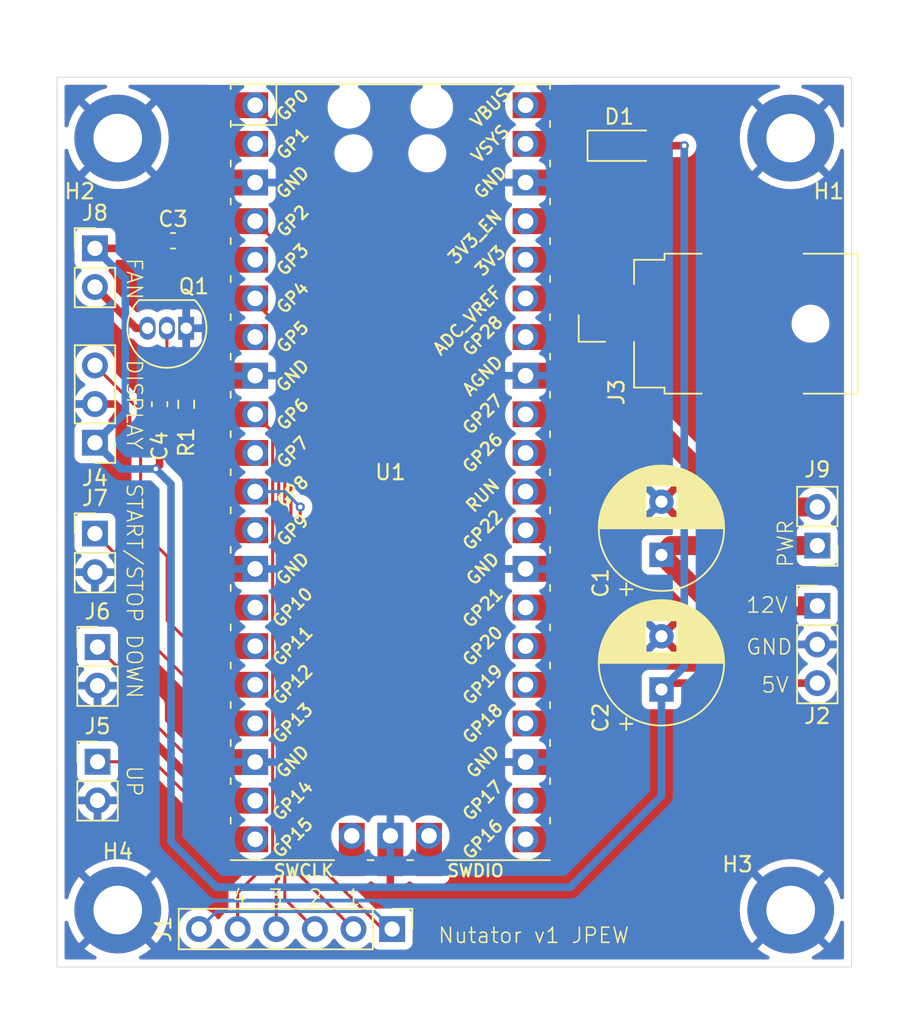
<source format=kicad_pcb>
(kicad_pcb (version 20240108) (generator "pcbnew") (generator_version "8.0")
  (layers (0 "F.Cu" signal) (31 "B.Cu" signal) (34 "B.Paste" user) (35 "F.Paste" user) (36 "B.SilkS" user "B.Silkscreen") (37 "F.SilkS" user "F.Silkscreen") (38 "B.Mask" user) (39 "F.Mask" user) (44 "Edge.Cuts" user))
  (net 0 "")
  (net 1 "Net-(D1-K)")
  (net 2 "/5VCC")
  (net 3 "GNDREF")
  (net 4 "/12VCC")
  (net 7 "/ENABLE")
  (net 9 "/DISPLAY")
  (net 10 "/UP_BTN")
  (net 11 "/DOWN_BTN")
  (net 12 "/START_BTN")
  (net 13 "/MOTOR_3")
  (net 14 "/MOTOR_2")
  (net 15 "/MOTOR_4")
  (net 16 "/MOTOR_1")
  (net 37 "Net-(J8-Pin_2)")
  (net 38 "Net-(Q1-B)")
  (net 39 "/FAN")
  (net 40 "Net-(J9-Pin_2)")
  (footprint "Package_TO_SOT_THT:TO-92_Inline" (layer "F.Cu") (at 46 49 180)
    (property "Reference" "Q1" (at -0.5 2.75 0) (layer "F.SilkS"))
    (property "Value" "2N3904")
    (pad "1" thru_hole rect (at 0 0 180) (size 1.05 1.5) (drill 0.75) (layers "*.Cu" "*.Mask") (net 3 "GNDREF"))
    (pad "2" thru_hole oval (at 1.27 0 180) (size 1.05 1.5) (drill 0.75) (layers "*.Cu" "*.Mask") (net 38 "Net-(Q1-B)"))
    (pad "3" thru_hole oval (at 2.54 0 180) (size 1.05 1.5) (drill 0.75) (layers "*.Cu" "*.Mask") (net 37 "Net-(J8-Pin_2)"))
  )
  (footprint "Capacitor_SMD:C_0603_1608Metric_Pad1.08x0.95mm_HandSolder" (layer "F.Cu") (at 45.1375 43.25)
    (property "Reference" "C3" (at 0 -1.43 0) (layer "F.SilkS"))
    (property "Value" "10uF")
    (pad "1" smd roundrect (at -0.8625 0) (size 1.075 0.95) (layers "F.Cu" "F.Paste" "F.Mask") (net 2 "/5VCC"))
    (pad "2" smd roundrect (at 0.8625 0) (size 1.075 0.95) (layers "F.Cu" "F.Paste" "F.Mask") (net 3 "GNDREF"))
  )
  (footprint "Capacitor_THT:CP_Radial_D8.0mm_P3.50mm" (layer "F.Cu") (at 77.25 72.75 90)
    (property "Reference" "C2" (at -1.847349 -4 90) (layer "F.SilkS"))
    (property "Value" "470uF")
    (pad "1" thru_hole rect (at 0 0 90) (size 1.6 1.6) (drill 0.8) (layers "*.Cu" "*.Mask") (net 2 "/5VCC"))
    (pad "2" thru_hole circle (at 3.5 0 90) (size 1.6 1.6) (drill 0.8) (layers "*.Cu" "*.Mask") (net 3 "GNDREF"))
  )
  (footprint "Capacitor_THT:CP_Radial_D8.0mm_P3.50mm" (layer "F.Cu") (at 77.25 63.902651 90)
    (property "Reference" "C1" (at -1.847349 -4 90) (layer "F.SilkS"))
    (property "Value" "1000uF")
    (pad "1" thru_hole rect (at 0 0 90) (size 1.6 1.6) (drill 0.8) (layers "*.Cu" "*.Mask") (net 4 "/12VCC"))
    (pad "2" thru_hole circle (at 3.5 0 90) (size 1.6 1.6) (drill 0.8) (layers "*.Cu" "*.Mask") (net 3 "GNDREF"))
  )
  (footprint "Capacitor_SMD:C_0603_1608Metric_Pad1.08x0.95mm_HandSolder" (layer "F.Cu") (at 44.25 54 90)
    (property "Reference" "C4" (at -2.75 0 90) (layer "F.SilkS"))
    (property "Value" "10uF")
    (pad "1" smd roundrect (at -0.8625 0 90) (size 1.075 0.95) (layers "F.Cu" "F.Paste" "F.Mask") (net 2 "/5VCC"))
    (pad "2" smd roundrect (at 0.8625 0 90) (size 1.075 0.95) (layers "F.Cu" "F.Paste" "F.Mask") (net 3 "GNDREF"))
  )
  (footprint "MountingHole:MountingHole_3.2mm_M3_ISO7380_Pad" (layer "F.Cu") (at 41.5 36.5)
    (property "Reference" "H2" (at -2.5 3.5 0) (layer "F.SilkS"))
    (property "Value" "MountingHole_Pad")
    (pad "1" thru_hole circle (at 0 0) (size 5.7 5.7) (drill 3.2) (layers "*.Cu" "*.Mask") (net 3 "GNDREF"))
  )
  (footprint "Resistor_SMD:R_0603_1608Metric_Pad0.98x0.95mm_HandSolder" (layer "F.Cu") (at 46 54 -90)
    (property "Reference" "R1" (at 2.5 0 90) (layer "F.SilkS"))
    (property "Value" "100")
    (pad "1" smd roundrect (at -0.9125 0 270) (size 0.975 0.95) (layers "F.Cu" "F.Paste" "F.Mask") (net 38 "Net-(Q1-B)"))
    (pad "2" smd roundrect (at 0.9125 0 270) (size 0.975 0.95) (layers "F.Cu" "F.Paste" "F.Mask") (net 39 "/FAN"))
  )
  (footprint "Connector_PinHeader_2.54mm:PinHeader_1x03_P2.54mm_Vertical" (layer "F.Cu") (at 40 56.525 180)
    (property "Reference" "J4" (at 0 -2.33 0) (layer "F.SilkS"))
    (property "Value" "Conn_01x03_Pin")
    (pad "1" thru_hole rect (at 0 0 180) (size 1.7 1.7) (drill 1) (layers "*.Cu" "*.Mask") (net 2 "/5VCC"))
    (pad "2" thru_hole oval (at 0 2.54 180) (size 1.7 1.7) (drill 1) (layers "*.Cu" "*.Mask") (net 3 "GNDREF"))
    (pad "3" thru_hole oval (at 0 5.08 180) (size 1.7 1.7) (drill 1) (layers "*.Cu" "*.Mask") (net 9 "/DISPLAY"))
  )
  (footprint "Connector_PinHeader_2.54mm:PinHeader_1x03_P2.54mm_Vertical" (layer "F.Cu") (at 87.5 67.25)
    (property "Reference" "J2" (at 0 7.25 360) (layer "F.SilkS"))
    (property "Value" "Conn_01x03_Pin")
    (pad "1" thru_hole rect (at 0 0) (size 1.7 1.7) (drill 1) (layers "*.Cu" "*.Mask") (net 4 "/12VCC"))
    (pad "2" thru_hole oval (at 0 2.54) (size 1.7 1.7) (drill 1) (layers "*.Cu" "*.Mask") (net 3 "GNDREF"))
    (pad "3" thru_hole oval (at 0 5.08) (size 1.7 1.7) (drill 1) (layers "*.Cu" "*.Mask") (net 2 "/5VCC"))
  )
  (footprint "Diode_SMD:D_SOD-123F" (layer "F.Cu") (at 74.6 37)
    (property "Reference" "D1" (at -0.127 -1.905 360) (layer "F.SilkS"))
    (property "Value" "D_Schottky")
    (pad "1" smd roundrect (at -1.4 0) (size 1.1 1.1) (layers "F.Cu" "F.Paste" "F.Mask") (roundrect_rratio 0.2272727273) (net 1 "Net-(D1-K)"))
    (pad "2" smd roundrect (at 1.4 0) (size 1.1 1.1) (layers "F.Cu" "F.Paste" "F.Mask") (roundrect_rratio 0.2272727273) (net 2 "/5VCC"))
  )
  (footprint "Connector_PinHeader_2.54mm:PinHeader_1x02_P2.54mm_Vertical" (layer "F.Cu") (at 40 62.5)
    (property "Reference" "J7" (at 0 -2.33 0) (layer "F.SilkS"))
    (property "Value" "Conn_01x02_Pin")
    (pad "1" thru_hole rect (at 0 0) (size 1.7 1.7) (drill 1) (layers "*.Cu" "*.Mask") (net 12 "/START_BTN"))
    (pad "2" thru_hole oval (at 0 2.54) (size 1.7 1.7) (drill 1) (layers "*.Cu" "*.Mask") (net 3 "GNDREF"))
  )
  (footprint "MountingHole:MountingHole_3.2mm_M3_ISO7380_Pad" (layer "F.Cu") (at 85.75 87.25)
    (property "Reference" "H3" (at -3.5 -3 0) (layer "F.SilkS"))
    (property "Value" "MountingHole_Pad")
    (pad "1" thru_hole circle (at 0 0) (size 5.7 5.7) (drill 3.2) (layers "*.Cu" "*.Mask") (net 3 "GNDREF"))
  )
  (footprint "Connector_PinHeader_2.54mm:PinHeader_1x02_P2.54mm_Vertical" (layer "F.Cu") (at 40.17 77.5)
    (property "Reference" "J5" (at 0 -2.33 0) (layer "F.SilkS"))
    (property "Value" "Conn_01x02_Pin")
    (pad "1" thru_hole rect (at 0 0) (size 1.7 1.7) (drill 1) (layers "*.Cu" "*.Mask") (net 10 "/UP_BTN"))
    (pad "2" thru_hole oval (at 0 2.54) (size 1.7 1.7) (drill 1) (layers "*.Cu" "*.Mask") (net 3 "GNDREF"))
  )
  (footprint "Connector_PinHeader_2.54mm:PinHeader_1x06_P2.54mm_Vertical" (layer "F.Cu") (at 59.54 88.5 -90)
    (property "Reference" "J1" (at 0 15.04 90) (layer "F.SilkS"))
    (property "Value" "Conn_01x06_Pin")
    (pad "1" thru_hole rect (at 0 0 270) (size 1.7 1.7) (drill 1) (layers "*.Cu" "*.Mask") (net 7 "/ENABLE"))
    (pad "2" thru_hole oval (at 0 2.54 270) (size 1.7 1.7) (drill 1) (layers "*.Cu" "*.Mask") (net 16 "/MOTOR_1"))
    (pad "3" thru_hole oval (at 0 5.08 270) (size 1.7 1.7) (drill 1) (layers "*.Cu" "*.Mask") (net 14 "/MOTOR_2"))
    (pad "4" thru_hole oval (at 0 7.62 270) (size 1.7 1.7) (drill 1) (layers "*.Cu" "*.Mask") (net 13 "/MOTOR_3"))
    (pad "5" thru_hole oval (at 0 10.16 270) (size 1.7 1.7) (drill 1) (layers "*.Cu" "*.Mask") (net 15 "/MOTOR_4"))
    (pad "6" thru_hole oval (at 0 12.7 270) (size 1.7 1.7) (drill 1) (layers "*.Cu" "*.Mask") (net 7 "/ENABLE"))
  )
  (footprint "MountingHole:MountingHole_3.2mm_M3_ISO7380_Pad" (layer "F.Cu") (at 41.5 87.25)
    (property "Reference" "H4" (at 0 -3.85 0) (layer "F.SilkS"))
    (property "Value" "MountingHole_Pad")
    (pad "1" thru_hole circle (at 0 0) (size 5.7 5.7) (drill 3.2) (layers "*.Cu" "*.Mask") (net 3 "GNDREF"))
  )
  (footprint "Connector_PinHeader_2.54mm:PinHeader_1x02_P2.54mm_Vertical" (layer "F.Cu") (at 40.17 69.96)
    (property "Reference" "J6" (at 0 -2.33 0) (layer "F.SilkS"))
    (property "Value" "Conn_01x02_Pin")
    (pad "1" thru_hole rect (at 0 0) (size 1.7 1.7) (drill 1) (layers "*.Cu" "*.Mask") (net 11 "/DOWN_BTN"))
    (pad "2" thru_hole oval (at 0 2.54) (size 1.7 1.7) (drill 1) (layers "*.Cu" "*.Mask") (net 3 "GNDREF"))
  )
  (footprint "Connector_PinHeader_2.54mm:PinHeader_1x02_P2.54mm_Vertical" (layer "F.Cu") (at 40 43.75)
    (property "Reference" "J8" (at 0 -2.33 0) (layer "F.SilkS"))
    (property "Value" "Conn_01x02_Pin")
    (pad "1" thru_hole rect (at 0 0) (size 1.7 1.7) (drill 1) (layers "*.Cu" "*.Mask") (net 2 "/5VCC"))
    (pad "2" thru_hole oval (at 0 2.54) (size 1.7 1.7) (drill 1) (layers "*.Cu" "*.Mask") (net 37 "Net-(J8-Pin_2)"))
  )
  (footprint "MountingHole:MountingHole_3.2mm_M3_ISO7380_Pad" (layer "F.Cu") (at 85.75 36.5)
    (property "Reference" "H1" (at 2.5 3.5 0) (layer "F.SilkS"))
    (property "Value" "MountingHole_Pad")
    (pad "1" thru_hole circle (at 0 0) (size 5.7 5.7) (drill 3.2) (layers "*.Cu" "*.Mask") (net 3 "GNDREF"))
  )
  (footprint "Connector_PinHeader_2.54mm:PinHeader_1x02_P2.54mm_Vertical" (layer "F.Cu") (at 87.5 63.29 180)
    (property "Reference" "J9" (at 0 5 360) (layer "F.SilkS"))
    (property "Value" "Conn_01x02_Pin")
    (pad "1" thru_hole rect (at 0 0 180) (size 1.7 1.7) (drill 1) (layers "*.Cu" "*.Mask") (net 4 "/12VCC"))
    (pad "2" thru_hole oval (at 0 2.54 180) (size 1.7 1.7) (drill 1) (layers "*.Cu" "*.Mask") (net 40 "Net-(J9-Pin_2)"))
  )
  (footprint "Connector_BarrelJack:BarrelJack_CUI_PJ-036AH-SMT_Horizontal" (layer "F.Cu") (at 80.05 48.7 90)
    (property "Reference" "J3" (at -4.5 -5.75 90) (layer "F.SilkS"))
    (property "Value" "Barrel_Jack")
    (pad "" np_thru_hole circle (at 0 7 90) (size 2 2) (drill 2) (layers "*.Cu" "*.Mask"))
    (pad "1" smd rect (at 0.7 -5.8 90) (size 3.3 4.4) (layers "F.Cu" "F.Paste" "F.Mask") (net 40 "Net-(J9-Pin_2)"))
    (pad "2" smd rect (at -6.45 3.2 90) (size 3.9 6.2) (layers "F.Cu" "F.Paste" "F.Mask") (net 3 "GNDREF"))
    (pad "3" smd rect (at 6.45 3.2 90) (size 3.9 6.2) (layers "F.Cu" "F.Paste" "F.Mask"))
  )
  (footprint "MCU_RaspberryPi_and_Boards:RPi_Pico_SMD_TH" (layer "F.Cu") (at 59.425 58.47)
    (property "Reference" "U1" (at 0 0 0) (layer "F.SilkS"))
    (property "Value" "Pico")
    (fp_text user "GP6" (at -6.425 -3.81 45) (layer "F.SilkS") (effects (font (size 0.8 0.8))))
    (fp_text user "GND" (at 6.075 19.03 45) (layer "F.SilkS") (effects (font (size 0.8 0.8))))
    (fp_text user "GP28" (at 6.075 -8.97 45) (layer "F.SilkS") (effects (font (size 0.8 0.8))))
    (fp_text user "VBUS" (at 6.575 -23.97 45) (layer "F.SilkS") (effects (font (size 0.8 0.8))))
    (fp_text user "GP16" (at 6.075 24.13 45) (layer "F.SilkS") (effects (font (size 0.8 0.8))))
    (fp_text user "GND" (at -6.425 -19.05 45) (layer "F.SilkS") (effects (font (size 0.8 0.8))))
    (fp_text user "GP0" (at -6.425 -24.13 45) (layer "F.SilkS") (effects (font (size 0.8 0.8))))
    (fp_text user "GND" (at 6.575 -19.05 45) (layer "F.SilkS") (effects (font (size 0.8 0.8))))
    (fp_text user "GP10" (at -6.425 8.89 45) (layer "F.SilkS") (effects (font (size 0.8 0.8))))
    (fp_text user "GP9" (at -6.425 3.81 45) (layer "F.SilkS") (effects (font (size 0.8 0.8))))
    (fp_text user "ADC_VREF" (at 5.075 -9.97 45) (layer "F.SilkS") (effects (font (size 0.8 0.8))))
    (fp_text user "GP14" (at -6.425 21.59 45) (layer "F.SilkS") (effects (font (size 0.8 0.8))))
    (fp_text user "SWCLK" (at -5.7 26.2 0) (layer "F.SilkS") (effects (font (size 0.8 0.8))))
    (fp_text user "AGND" (at 6.075 -6.35 45) (layer "F.SilkS") (effects (font (size 0.8 0.8))))
    (fp_text user "GP20" (at 6.075 11.43 45) (layer "F.SilkS") (effects (font (size 0.8 0.8))))
    (fp_text user "GP17" (at 6.075 21.59 45) (layer "F.SilkS") (effects (font (size 0.8 0.8))))
    (fp_text user "GP5" (at -6.425 -8.89 45) (layer "F.SilkS") (effects (font (size 0.8 0.8))))
    (fp_text user "GND" (at -6.425 -6.35 45) (layer "F.SilkS") (effects (font (size 0.8 0.8))))
    (fp_text user "3V3_EN" (at 5.575 -15.47 45) (layer "F.SilkS") (effects (font (size 0.8 0.8))))
    (fp_text user "RUN" (at 6.075 1.53 45) (layer "F.SilkS") (effects (font (size 0.8 0.8))))
    (fp_text user "GP7" (at -6.425 -1.3 45) (layer "F.SilkS") (effects (font (size 0.8 0.8))))
    (fp_text user "GP15" (at -6.425 24.03 45) (layer "F.SilkS") (effects (font (size 0.8 0.8))))
    (fp_text user "GND" (at -6.425 19.03 45) (layer "F.SilkS") (effects (font (size 0.8 0.8))))
    (fp_text user "GP8" (at -6.425 1.27 45) (layer "F.SilkS") (effects (font (size 0.8 0.8))))
    (fp_text user "GP2" (at -6.425 -16.51 45) (layer "F.SilkS") (effects (font (size 0.8 0.8))))
    (fp_text user "GP19" (at 6.075 13.97 45) (layer "F.SilkS") (effects (font (size 0.8 0.8))))
    (fp_text user "GP26" (at 6.075 -1.27 45) (layer "F.SilkS") (effects (font (size 0.8 0.8))))
    (fp_text user "VSYS" (at 6.575 -21.59 45) (layer "F.SilkS") (effects (font (size 0.8 0.8))))
    (fp_text user "GP12" (at -6.425 13.97 45) (layer "F.SilkS") (effects (font (size 0.8 0.8))))
    (fp_text user "GP1" (at -6.425 -21.6 45) (layer "F.SilkS") (effects (font (size 0.8 0.8))))
    (fp_text user "GP18" (at 6.075 16.53 45) (layer "F.SilkS") (effects (font (size 0.8 0.8))))
    (fp_text user "GND" (at 6.075 6.35 45) (layer "F.SilkS") (effects (font (size 0.8 0.8))))
    (fp_text user "GP11" (at -6.425 11.43 45) (layer "F.SilkS") (effects (font (size 0.8 0.8))))
    (fp_text user "GP13" (at -6.425 16.51 45) (layer "F.SilkS") (effects (font (size 0.8 0.8))))
    (fp_text user "SWDIO" (at 5.6 26.2 0) (layer "F.SilkS") (effects (font (size 0.8 0.8))))
    (fp_text user "GP3" (at -6.425 -13.97 45) (layer "F.SilkS") (effects (font (size 0.8 0.8))))
    (fp_text user "GP21" (at 6.075 8.9 45) (layer "F.SilkS") (effects (font (size 0.8 0.8))))
    (fp_text user "GP22" (at 6.075 3.81 45) (layer "F.SilkS") (effects (font (size 0.8 0.8))))
    (fp_text user "GND" (at -6.425 6.35 45) (layer "F.SilkS") (effects (font (size 0.8 0.8))))
    (fp_text user "GP27" (at 6.075 -3.8 45) (layer "F.SilkS") (effects (font (size 0.8 0.8))))
    (fp_text user "3V3" (at 6.575 -13.9 45) (layer "F.SilkS") (effects (font (size 0.8 0.8))))
    (fp_text user "GP4" (at -6.425 -11.47 45) (layer "F.SilkS") (effects (font (size 0.8 0.8))))
    (pad "" np_thru_hole oval (at -2.725 -24) (size 1.8 1.8) (drill 1.8) (layers "*.Cu" "*.Mask"))
    (pad "" np_thru_hole oval (at -2.425 -20.97) (size 1.5 1.5) (drill 1.5) (layers "*.Cu" "*.Mask"))
    (pad "" np_thru_hole oval (at 2.425 -20.97) (size 1.5 1.5) (drill 1.5) (layers "*.Cu" "*.Mask"))
    (pad "" np_thru_hole oval (at 2.725 -24) (size 1.8 1.8) (drill 1.8) (layers "*.Cu" "*.Mask"))
    (pad "1" thru_hole oval (at -8.89 -24.13) (size 1.7 1.7) (drill 1.02) (layers "*.Cu" "*.Mask") (net 16 "/MOTOR_1"))
    (pad "1" smd rect (at -8.89 -24.13) (size 3.5 1.7) (drill (offset -0.9 0)) (layers "F.Cu" "F.Mask") (net 16 "/MOTOR_1"))
    (pad "2" thru_hole oval (at -8.89 -21.59) (size 1.7 1.7) (drill 1.02) (layers "*.Cu" "*.Mask"))
    (pad "2" smd rect (at -8.89 -21.59) (size 3.5 1.7) (drill (offset -0.9 0)) (layers "F.Cu" "F.Mask"))
    (pad "3" thru_hole rect (at -8.89 -19.05) (size 1.7 1.7) (drill 1.02) (layers "*.Cu" "*.Mask") (net 3 "GNDREF"))
    (pad "3" smd rect (at -8.89 -19.05) (size 3.5 1.7) (drill (offset -0.9 0)) (layers "F.Cu" "F.Mask") (net 3 "GNDREF"))
    (pad "4" thru_hole oval (at -8.89 -16.51) (size 1.7 1.7) (drill 1.02) (layers "*.Cu" "*.Mask") (net 14 "/MOTOR_2"))
    (pad "4" smd rect (at -8.89 -16.51) (size 3.5 1.7) (drill (offset -0.9 0)) (layers "F.Cu" "F.Mask") (net 14 "/MOTOR_2"))
    (pad "5" thru_hole oval (at -8.89 -13.97) (size 1.7 1.7) (drill 1.02) (layers "*.Cu" "*.Mask"))
    (pad "5" smd rect (at -8.89 -13.97) (size 3.5 1.7) (drill (offset -0.9 0)) (layers "F.Cu" "F.Mask"))
    (pad "6" thru_hole oval (at -8.89 -11.43) (size 1.7 1.7) (drill 1.02) (layers "*.Cu" "*.Mask") (net 13 "/MOTOR_3"))
    (pad "6" smd rect (at -8.89 -11.43) (size 3.5 1.7) (drill (offset -0.9 0)) (layers "F.Cu" "F.Mask") (net 13 "/MOTOR_3"))
    (pad "7" thru_hole oval (at -8.89 -8.89) (size 1.7 1.7) (drill 1.02) (layers "*.Cu" "*.Mask"))
    (pad "7" smd rect (at -8.89 -8.89) (size 3.5 1.7) (drill (offset -0.9 0)) (layers "F.Cu" "F.Mask"))
    (pad "8" thru_hole rect (at -8.89 -6.35) (size 1.7 1.7) (drill 1.02) (layers "*.Cu" "*.Mask") (net 3 "GNDREF"))
    (pad "8" smd rect (at -8.89 -6.35) (size 3.5 1.7) (drill (offset -0.9 0)) (layers "F.Cu" "F.Mask") (net 3 "GNDREF"))
    (pad "9" thru_hole oval (at -8.89 -3.81) (size 1.7 1.7) (drill 1.02) (layers "*.Cu" "*.Mask") (net 15 "/MOTOR_4"))
    (pad "9" smd rect (at -8.89 -3.81) (size 3.5 1.7) (drill (offset -0.9 0)) (layers "F.Cu" "F.Mask") (net 15 "/MOTOR_4"))
    (pad "10" thru_hole oval (at -8.89 -1.27) (size 1.7 1.7) (drill 1.02) (layers "*.Cu" "*.Mask"))
    (pad "10" smd rect (at -8.89 -1.27) (size 3.5 1.7) (drill (offset -0.9 0)) (layers "F.Cu" "F.Mask"))
    (pad "11" thru_hole oval (at -8.89 1.27) (size 1.7 1.7) (drill 1.02) (layers "*.Cu" "*.Mask") (net 7 "/ENABLE"))
    (pad "11" smd rect (at -8.89 1.27) (size 3.5 1.7) (drill (offset -0.9 0)) (layers "F.Cu" "F.Mask") (net 7 "/ENABLE"))
    (pad "12" thru_hole oval (at -8.89 3.81) (size 1.7 1.7) (drill 1.02) (layers "*.Cu" "*.Mask"))
    (pad "12" smd rect (at -8.89 3.81) (size 3.5 1.7) (drill (offset -0.9 0)) (layers "F.Cu" "F.Mask"))
    (pad "13" thru_hole rect (at -8.89 6.35) (size 1.7 1.7) (drill 1.02) (layers "*.Cu" "*.Mask") (net 3 "GNDREF"))
    (pad "13" smd rect (at -8.89 6.35) (size 3.5 1.7) (drill (offset -0.9 0)) (layers "F.Cu" "F.Mask") (net 3 "GNDREF"))
    (pad "14" thru_hole oval (at -8.89 8.89) (size 1.7 1.7) (drill 1.02) (layers "*.Cu" "*.Mask") (net 39 "/FAN"))
    (pad "14" smd rect (at -8.89 8.89) (size 3.5 1.7) (drill (offset -0.9 0)) (layers "F.Cu" "F.Mask") (net 39 "/FAN"))
    (pad "15" thru_hole oval (at -8.89 11.43) (size 1.7 1.7) (drill 1.02) (layers "*.Cu" "*.Mask"))
    (pad "15" smd rect (at -8.89 11.43) (size 3.5 1.7) (drill (offset -0.9 0)) (layers "F.Cu" "F.Mask"))
    (pad "16" thru_hole oval (at -8.89 13.97) (size 1.7 1.7) (drill 1.02) (layers "*.Cu" "*.Mask") (net 9 "/DISPLAY"))
    (pad "16" smd rect (at -8.89 13.97) (size 3.5 1.7) (drill (offset -0.9 0)) (layers "F.Cu" "F.Mask") (net 9 "/DISPLAY"))
    (pad "17" thru_hole oval (at -8.89 16.51) (size 1.7 1.7) (drill 1.02) (layers "*.Cu" "*.Mask") (net 12 "/START_BTN"))
    (pad "17" smd rect (at -8.89 16.51) (size 3.5 1.7) (drill (offset -0.9 0)) (layers "F.Cu" "F.Mask") (net 12 "/START_BTN"))
    (pad "18" thru_hole rect (at -8.89 19.05) (size 1.7 1.7) (drill 1.02) (layers "*.Cu" "*.Mask") (net 3 "GNDREF"))
    (pad "18" smd rect (at -8.89 19.05) (size 3.5 1.7) (drill (offset -0.9 0)) (layers "F.Cu" "F.Mask") (net 3 "GNDREF"))
    (pad "19" thru_hole oval (at -8.89 21.59) (size 1.7 1.7) (drill 1.02) (layers "*.Cu" "*.Mask") (net 11 "/DOWN_BTN"))
    (pad "19" smd rect (at -8.89 21.59) (size 3.5 1.7) (drill (offset -0.9 0)) (layers "F.Cu" "F.Mask") (net 11 "/DOWN_BTN"))
    (pad "20" thru_hole oval (at -8.89 24.13) (size 1.7 1.7) (drill 1.02) (layers "*.Cu" "*.Mask") (net 10 "/UP_BTN"))
    (pad "20" smd rect (at -8.89 24.13) (size 3.5 1.7) (drill (offset -0.9 0)) (layers "F.Cu" "F.Mask") (net 10 "/UP_BTN"))
    (pad "21" thru_hole oval (at 8.89 24.13) (size 1.7 1.7) (drill 1.02) (layers "*.Cu" "*.Mask"))
    (pad "21" smd rect (at 8.89 24.13) (size 3.5 1.7) (drill (offset 0.9 0)) (layers "F.Cu" "F.Mask"))
    (pad "22" thru_hole oval (at 8.89 21.59) (size 1.7 1.7) (drill 1.02) (layers "*.Cu" "*.Mask"))
    (pad "22" smd rect (at 8.89 21.59) (size 3.5 1.7) (drill (offset 0.9 0)) (layers "F.Cu" "F.Mask"))
    (pad "23" thru_hole rect (at 8.89 19.05) (size 1.7 1.7) (drill 1.02) (layers "*.Cu" "*.Mask") (net 3 "GNDREF"))
    (pad "23" smd rect (at 8.89 19.05) (size 3.5 1.7) (drill (offset 0.9 0)) (layers "F.Cu" "F.Mask") (net 3 "GNDREF"))
    (pad "24" thru_hole oval (at 8.89 16.51) (size 1.7 1.7) (drill 1.02) (layers "*.Cu" "*.Mask"))
    (pad "24" smd rect (at 8.89 16.51) (size 3.5 1.7) (drill (offset 0.9 0)) (layers "F.Cu" "F.Mask"))
    (pad "25" thru_hole oval (at 8.89 13.97) (size 1.7 1.7) (drill 1.02) (layers "*.Cu" "*.Mask"))
    (pad "25" smd rect (at 8.89 13.97) (size 3.5 1.7) (drill (offset 0.9 0)) (layers "F.Cu" "F.Mask"))
    (pad "26" thru_hole oval (at 8.89 11.43) (size 1.7 1.7) (drill 1.02) (layers "*.Cu" "*.Mask"))
    (pad "26" smd rect (at 8.89 11.43) (size 3.5 1.7) (drill (offset 0.9 0)) (layers "F.Cu" "F.Mask"))
    (pad "27" thru_hole oval (at 8.89 8.89) (size 1.7 1.7) (drill 1.02) (layers "*.Cu" "*.Mask"))
    (pad "27" smd rect (at 8.89 8.89) (size 3.5 1.7) (drill (offset 0.9 0)) (layers "F.Cu" "F.Mask"))
    (pad "28" thru_hole rect (at 8.89 6.35) (size 1.7 1.7) (drill 1.02) (layers "*.Cu" "*.Mask") (net 3 "GNDREF"))
    (pad "28" smd rect (at 8.89 6.35) (size 3.5 1.7) (drill (offset 0.9 0)) (layers "F.Cu" "F.Mask") (net 3 "GNDREF"))
    (pad "29" thru_hole oval (at 8.89 3.81) (size 1.7 1.7) (drill 1.02) (layers "*.Cu" "*.Mask"))
    (pad "29" smd rect (at 8.89 3.81) (size 3.5 1.7) (drill (offset 0.9 0)) (layers "F.Cu" "F.Mask"))
    (pad "30" thru_hole oval (at 8.89 1.27) (size 1.7 1.7) (drill 1.02) (layers "*.Cu" "*.Mask"))
    (pad "30" smd rect (at 8.89 1.27) (size 3.5 1.7) (drill (offset 0.9 0)) (layers "F.Cu" "F.Mask"))
    (pad "31" thru_hole oval (at 8.89 -1.27) (size 1.7 1.7) (drill 1.02) (layers "*.Cu" "*.Mask"))
    (pad "31" smd rect (at 8.89 -1.27) (size 3.5 1.7) (drill (offset 0.9 0)) (layers "F.Cu" "F.Mask"))
    (pad "32" thru_hole oval (at 8.89 -3.81) (size 1.7 1.7) (drill 1.02) (layers "*.Cu" "*.Mask"))
    (pad "32" smd rect (at 8.89 -3.81) (size 3.5 1.7) (drill (offset 0.9 0)) (layers "F.Cu" "F.Mask"))
    (pad "33" thru_hole rect (at 8.89 -6.35) (size 1.7 1.7) (drill 1.02) (layers "*.Cu" "*.Mask") (net 3 "GNDREF"))
    (pad "33" smd rect (at 8.89 -6.35) (size 3.5 1.7) (drill (offset 0.9 0)) (layers "F.Cu" "F.Mask") (net 3 "GNDREF"))
    (pad "34" thru_hole oval (at 8.89 -8.89) (size 1.7 1.7) (drill 1.02) (layers "*.Cu" "*.Mask"))
    (pad "34" smd rect (at 8.89 -8.89) (size 3.5 1.7) (drill (offset 0.9 0)) (layers "F.Cu" "F.Mask"))
    (pad "35" thru_hole oval (at 8.89 -11.43) (size 1.7 1.7) (drill 1.02) (layers "*.Cu" "*.Mask"))
    (pad "35" smd rect (at 8.89 -11.43) (size 3.5 1.7) (drill (offset 0.9 0)) (layers "F.Cu" "F.Mask"))
    (pad "36" thru_hole oval (at 8.89 -13.97) (size 1.7 1.7) (drill 1.02) (layers "*.Cu" "*.Mask"))
    (pad "36" smd rect (at 8.89 -13.97) (size 3.5 1.7) (drill (offset 0.9 0)) (layers "F.Cu" "F.Mask"))
    (pad "37" thru_hole oval (at 8.89 -16.51) (size 1.7 1.7) (drill 1.02) (layers "*.Cu" "*.Mask"))
    (pad "37" smd rect (at 8.89 -16.51) (size 3.5 1.7) (drill (offset 0.9 0)) (layers "F.Cu" "F.Mask"))
    (pad "38" thru_hole rect (at 8.89 -19.05) (size 1.7 1.7) (drill 1.02) (layers "*.Cu" "*.Mask") (net 3 "GNDREF"))
    (pad "38" smd rect (at 8.89 -19.05) (size 3.5 1.7) (drill (offset 0.9 0)) (layers "F.Cu" "F.Mask") (net 3 "GNDREF"))
    (pad "39" thru_hole oval (at 8.89 -21.59) (size 1.7 1.7) (drill 1.02) (layers "*.Cu" "*.Mask") (net 1 "Net-(D1-K)"))
    (pad "39" smd rect (at 8.89 -21.59) (size 3.5 1.7) (drill (offset 0.9 0)) (layers "F.Cu" "F.Mask") (net 1 "Net-(D1-K)"))
    (pad "40" thru_hole oval (at 8.89 -24.13) (size 1.7 1.7) (drill 1.02) (layers "*.Cu" "*.Mask"))
    (pad "40" smd rect (at 8.89 -24.13) (size 3.5 1.7) (drill (offset 0.9 0)) (layers "F.Cu" "F.Mask"))
    (pad "41" thru_hole oval (at -2.54 23.9) (size 1.7 1.7) (drill 1.02) (layers "*.Cu" "*.Mask"))
    (pad "41" smd rect (at -2.54 23.9 90) (size 3.5 1.7) (drill (offset -0.9 0)) (layers "F.Cu" "F.Mask"))
    (pad "42" thru_hole rect (at 0 23.9) (size 1.7 1.7) (drill 1.02) (layers "*.Cu" "*.Mask") (net 3 "GNDREF"))
    (pad "42" smd rect (at 0 23.9 90) (size 3.5 1.7) (drill (offset -0.9 0)) (layers "F.Cu" "F.Mask") (net 3 "GNDREF"))
    (pad "43" thru_hole oval (at 2.54 23.9) (size 1.7 1.7) (drill 1.02) (layers "*.Cu" "*.Mask"))
    (pad "43" smd rect (at 2.54 23.9 90) (size 3.5 1.7) (drill (offset -0.9 0)) (layers "F.Cu" "F.Mask"))
  )
  (gr_rect (start 37.5 32.5) (end 89.75 91) (stroke (width 0.05)) (fill none) (layer "Edge.Cuts"))
  (gr_text "GND" (at 82.75 70.54 0) (layer "F.SilkS") (effects (font (size 1 1) (thickness 0.1)) (justify left bottom)))
  (gr_text "UP" (at 42 78.77 270) (layer "F.SilkS") (effects (font (size 1 1) (thickness 0.1)) (justify bottom)))
  (gr_text "DISPLAY" (at 42 54.025 -90) (layer "F.SilkS") (effects (font (size 1 1) (thickness 0.1)) (justify bottom)))
  (gr_text "FAN" (at 42 45.75 -90) (layer "F.SilkS") (effects (font (size 1 1) (thickness 0.1)) (justify bottom)))
  (gr_text "1" (at 57 87 0) (layer "F.SilkS") (effects (font (size 1 1) (thickness 0.1)) (justify bottom)))
  (gr_text "3" (at 51.89 87 0) (layer "F.SilkS") (effects (font (size 1 1) (thickness 0.1)) (justify bottom)))
  (gr_text "Nutator v1 JPEW" (at 62.5 89.5 0) (layer "F.SilkS") (effects (font (size 1 1) (thickness 0.1)) (justify left bottom)))
  (gr_text "5V" (at 83.75 73.04 0) (layer "F.SilkS") (effects (font (size 1 1) (thickness 0.1)) (justify left bottom)))
  (gr_text "12V" (at 82.75 67.79 0) (layer "F.SilkS") (effects (font (size 1 1) (thickness 0.1)) (justify left bottom)))
  (gr_text "4" (at 49.5 87 0) (layer "F.SilkS") (effects (font (size 1 1) (thickness 0.1)) (justify bottom)))
  (gr_text "START/STOP" (at 42 63.77 -90) (layer "F.SilkS") (effects (font (size 1 1) (thickness 0.1)) (justify bottom)))
  (gr_text "DOWN" (at 42 71.23 -90) (layer "F.SilkS") (effects (font (size 1 1) (thickness 0.1)) (justify bottom)))
  (gr_text "2" (at 54.5 87 0) (layer "F.SilkS") (effects (font (size 1 1) (thickness 0.1)) (justify bottom)))
  (gr_text "PWR" (at 86 64.79 90) (layer "F.SilkS") (effects (font (size 1 1) (thickness 0.1)) (justify left bottom)))
  (segment (start 73.08 36.88) (end 73.2 37) (width 0.5) (layer "F.Cu") (net 1))
  (segment (start 68.315 36.88) (end 73.08 36.88) (width 0.5) (layer "F.Cu") (net 1))
  (segment (start 77.67 72.33) (end 77.25 72.75) (width 0.5) (layer "F.Cu") (net 2))
  (segment (start 78.75 37) (end 76 37) (width 0.5) (layer "F.Cu") (net 2))
  (segment (start 87.5 72.33) (end 77.67 72.33) (width 0.5) (layer "F.Cu") (net 2))
  (segment (start 43.775 43.75) (end 44.275 43.25) (width 0.5) (layer "F.Cu") (net 2))
  (segment (start 44.25 58) (end 44 58.25) (width 0.5) (layer "F.Cu") (net 2))
  (segment (start 40 43.75) (end 43.775 43.75) (width 0.5) (layer "F.Cu") (net 2))
  (segment (start 44.25 54.8625) (end 44.25 58) (width 0.5) (layer "F.Cu") (net 2))
  (via (at 44 58.25) (size 0.6) (drill 0.3) (layers "F.Cu" "B.Cu") (net 2))
  (via (at 78.75 37) (size 0.6) (drill 0.3) (layers "F.Cu" "B.Cu") (net 2))
  (segment (start 48 85.75) (end 45 82.75) (width 0.5) (layer "B.Cu") (net 2))
  (segment (start 40.025 56.5) (end 40 56.525) (width 0.5) (layer "B.Cu") (net 2))
  (segment (start 42 49.5) (end 42 45.75) (width 0.5) (layer "B.Cu") (net 2))
  (segment (start 40 56.525) (end 42 54.525) (width 0.5) (layer "B.Cu") (net 2))
  (segment (start 77.25 79.75) (end 71.25 85.75) (width 0.5) (layer "B.Cu") (net 2))
  (segment (start 42 45.75) (end 40 43.75) (width 0.5) (layer "B.Cu") (net 2))
  (segment (start 45 59.25) (end 44 58.25) (width 0.5) (layer "B.Cu") (net 2))
  (segment (start 42 54.525) (end 42 49.5) (width 0.5) (layer "B.Cu") (net 2))
  (segment (start 41.725 58.25) (end 40 56.525) (width 0.5) (layer "B.Cu") (net 2))
  (segment (start 45 82.75) (end 45 59.25) (width 0.5) (layer "B.Cu") (net 2))
  (segment (start 78.75 71.25) (end 78.75 37) (width 0.5) (layer "B.Cu") (net 2))
  (segment (start 77.25 72.75) (end 77.25 79.75) (width 0.5) (layer "B.Cu") (net 2))
  (segment (start 71.25 85.75) (end 48 85.75) (width 0.5) (layer "B.Cu") (net 2))
  (segment (start 77.25 72.75) (end 78.75 71.25) (width 0.5) (layer "B.Cu") (net 2))
  (segment (start 44 58.25) (end 41.725 58.25) (width 0.5) (layer "B.Cu") (net 2))
  (segment (start 80.597349 67.25) (end 77.25 63.902651) (width 1.25) (layer "F.Cu") (net 4))
  (segment (start 87.5 67.25) (end 80.597349 67.25) (width 1.25) (layer "F.Cu") (net 4))
  (segment (start 77.862651 63.29) (end 77.25 63.902651) (width 1.25) (layer "F.Cu") (net 4))
  (segment (start 87.5 63.29) (end 77.862651 63.29) (width 1.25) (layer "F.Cu") (net 4))
  (segment (start 53.5 83.085) (end 58.915 88.5) (width 0.2) (layer "F.Cu") (net 7))
  (segment (start 53.5 60.75) (end 53.5 83.085) (width 0.2) (layer "F.Cu") (net 7))
  (segment (start 58.915 88.5) (end 59.54 88.5) (width 0.2) (layer "F.Cu") (net 7))
  (via (at 53.5 60.75) (size 0.6) (drill 0.3) (layers "F.Cu" "B.Cu") (net 7))
  (segment (start 52.49 59.74) (end 53.5 60.75) (width 0.2) (layer "B.Cu") (net 7))
  (segment (start 59.54 88.5) (end 58.39 87.35) (width 0.2) (layer "B.Cu") (net 7))
  (segment (start 58.39 87.35) (end 47.99 87.35) (width 0.2) (layer "B.Cu") (net 7))
  (segment (start 47.99 87.35) (end 46.84 88.5) (width 0.2) (layer "B.Cu") (net 7))
  (segment (start 50.535 59.74) (end 52.49 59.74) (width 0.2) (layer "B.Cu") (net 7))
  (segment (start 48.975 72.44) (end 44.75 68.215) (width 0.2) (layer "F.Cu") (net 9))
  (segment (start 44.75 64) (end 44.75 68.215) (width 0.2) (layer "F.Cu") (net 9))
  (segment (start 40 51.445) (end 43 54.445) (width 0.2) (layer "F.Cu") (net 9))
  (segment (start 50.535 72.44) (end 48.975 72.44) (width 0.2) (layer "F.Cu") (net 9))
  (segment (start 43 54.445) (end 43 62.25) (width 0.2) (layer "F.Cu") (net 9))
  (segment (start 43 62.25) (end 44.75 64) (width 0.2) (layer "F.Cu") (net 9))
  (segment (start 43.875 77.5) (end 40.17 77.5) (width 0.2) (layer "F.Cu") (net 10))
  (segment (start 50.535 82.6) (end 48.975 82.6) (width 0.2) (layer "F.Cu") (net 10))
  (segment (start 48.975 82.6) (end 43.875 77.5) (width 0.2) (layer "F.Cu") (net 10))
  (segment (start 44 73.79) (end 40.17 69.96) (width 0.2) (layer "F.Cu") (net 11))
  (segment (start 44 75.085) (end 44 73.79) (width 0.2) (layer "F.Cu") (net 11))
  (segment (start 50.535 80.06) (end 48.975 80.06) (width 0.2) (layer "F.Cu") (net 11))
  (segment (start 48.975 80.06) (end 44 75.085) (width 0.2) (layer "F.Cu") (net 11))
  (segment (start 43.5 69.505) (end 43.5 66) (width 0.2) (layer "F.Cu") (net 12))
  (segment (start 48.975 74.98) (end 43.5 69.505) (width 0.2) (layer "F.Cu") (net 12))
  (segment (start 50.535 74.98) (end 48.975 74.98) (width 0.2) (layer "F.Cu") (net 12))
  (segment (start 43.5 66) (end 40 62.5) (width 0.2) (layer "F.Cu") (net 12))
  (segment (start 50.535 47.285) (end 52.085 48.835) (width 0.2) (layer "F.Cu") (net 13))
  (segment (start 51.92 85.33) (end 51.92 88.5) (width 0.2) (layer "F.Cu") (net 13))
  (segment (start 52.085 85.165) (end 51.92 85.33) (width 0.2) (layer "F.Cu") (net 13))
  (segment (start 52.085 48.835) (end 52.085 85.165) (width 0.2) (layer "F.Cu") (net 13))
  (segment (start 50.535 47.04) (end 50.535 47.285) (width 0.2) (layer "F.Cu") (net 13))
  (segment (start 50.535 41.96) (end 52.485 43.91) (width 0.2) (layer "F.Cu") (net 14))
  (segment (start 52.485 43.91) (end 52.485 86.525) (width 0.2) (layer "F.Cu") (net 14))
  (segment (start 52.485 86.525) (end 54.46 88.5) (width 0.2) (layer "F.Cu") (net 14))
  (segment (start 51.685 83.815) (end 49.38 86.12) (width 0.2) (layer "F.Cu") (net 15))
  (segment (start 49.38 86.12) (end 49.38 88.5) (width 0.2) (layer "F.Cu") (net 15))
  (segment (start 50.535 54.66) (end 51.685 55.81) (width 0.2) (layer "F.Cu") (net 15))
  (segment (start 51.685 55.81) (end 51.685 83.815) (width 0.2) (layer "F.Cu") (net 15))
  (segment (start 52.885 84.385) (end 57 88.5) (width 0.2) (layer "F.Cu") (net 16))
  (segment (start 52.885 36.69) (end 52.885 84.385) (width 0.2) (layer "F.Cu") (net 16))
  (segment (start 50.535 34.34) (end 52.885 36.69) (width 0.2) (layer "F.Cu") (net 16))
  (segment (start 43.46 49) (end 42.71 49) (width 0.5) (layer "F.Cu") (net 37))
  (segment (start 42.71 49) (end 40 46.29) (width 0.5) (layer "F.Cu") (net 37))
  (segment (start 44.73 51.8175) (end 44.73 49) (width 0.2) (layer "F.Cu") (net 38))
  (segment (start 46 53.0875) (end 44.73 51.8175) (width 0.2) (layer "F.Cu") (net 38))
  (segment (start 50.535 67.36) (end 48.975 67.36) (width 0.2) (layer "F.Cu") (net 39))
  (segment (start 46 64.385) (end 46 54.9125) (width 0.2) (layer "F.Cu") (net 39))
  (segment (start 48.975 67.36) (end 46 64.385) (width 0.2) (layer "F.Cu") (net 39))
  (segment (start 82.15 60.75) (end 87.5 60.75) (width 1.25) (layer "F.Cu") (net 40))
  (segment (start 74.25 48) (end 74.25 52.85) (width 1.25) (layer "F.Cu") (net 40))
  (segment (start 74.25 52.85) (end 82.15 60.75) (width 1.25) (layer "F.Cu") (net 40))
  (zone (net 0) (net_name "") (layer "F.Cu") (connect_pads (clearance 0)) (min_thickness 0.25)
    (keepout (tracks not_allowed) (vias not_allowed) (pads not_allowed) (copperpour not_allowed) (footprints allowed))
    (fill (thermal_gap 0.5) (thermal_bridge_width 0.5))
    (polygon (pts (xy 55 33) (xy 63.5 33) (xy 63.5 47.5) (xy 55 47.5)))
  )
  (zone (net 3) (net_name "GNDREF") (layers "F&B.Cu") (connect_pads (clearance 0.5)) (min_thickness 0.25) (fill yes (thermal_gap 0.5) (thermal_bridge_width 0.5))
    (polygon (pts (xy 38 33) (xy 89.25 33) (xy 89.25 90.5) (xy 38 90.5)))
  )
)
</source>
